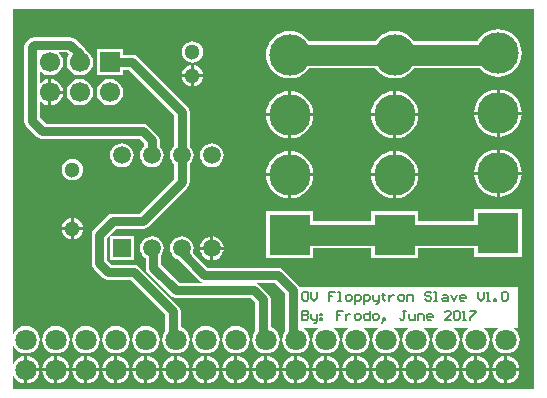
<source format=gtl>
G04 Layer_Physical_Order=1*
G04 Layer_Color=255*
%FSLAX25Y25*%
%MOIN*%
G70*
G01*
G75*
%ADD10C,0.03000*%
%ADD11C,0.07000*%
%ADD12C,0.00700*%
%ADD13C,0.07087*%
%ADD14C,0.05906*%
%ADD15R,0.05906X0.05906*%
%ADD16C,0.05118*%
%ADD17C,0.06693*%
%ADD18R,0.06693X0.06693*%
%ADD19R,0.13780X0.13780*%
%ADD20C,0.13780*%
G36*
X174780Y1220D02*
X1220D01*
Y5832D01*
X1269Y5841D01*
X1531Y5209D01*
X2260Y4260D01*
X3209Y3531D01*
X4314Y3074D01*
X5000Y2983D01*
Y7500D01*
Y12017D01*
X4314Y11926D01*
X3209Y11468D01*
X2260Y10740D01*
X1531Y9791D01*
X1269Y9159D01*
X1220Y9168D01*
Y15832D01*
X1269Y15842D01*
X1531Y15209D01*
X2260Y14260D01*
X3209Y13531D01*
X4314Y13074D01*
X5500Y12918D01*
X6686Y13074D01*
X7791Y13531D01*
X8740Y14260D01*
X9469Y15209D01*
X9926Y16314D01*
X10082Y17500D01*
X9926Y18686D01*
X9469Y19791D01*
X8740Y20740D01*
X7791Y21468D01*
X6686Y21926D01*
X5500Y22083D01*
X4314Y21926D01*
X3209Y21468D01*
X2260Y20740D01*
X1531Y19791D01*
X1269Y19159D01*
X1220Y19168D01*
Y127780D01*
X174780D01*
Y1220D01*
D02*
G37*
%LPC*%
G36*
X95000Y12017D02*
X94314Y11926D01*
X93209Y11468D01*
X92260Y10740D01*
X91531Y9791D01*
X91074Y8686D01*
X90983Y8000D01*
X95000D01*
Y12017D01*
D02*
G37*
G36*
X75000D02*
X74314Y11926D01*
X73209Y11468D01*
X72260Y10740D01*
X71531Y9791D01*
X71074Y8686D01*
X70983Y8000D01*
X75000D01*
Y12017D01*
D02*
G37*
G36*
X85000D02*
X84314Y11926D01*
X83209Y11468D01*
X82260Y10740D01*
X81531Y9791D01*
X81074Y8686D01*
X80983Y8000D01*
X85000D01*
Y12017D01*
D02*
G37*
G36*
X125000D02*
X124314Y11926D01*
X123209Y11468D01*
X122260Y10740D01*
X121531Y9791D01*
X121074Y8686D01*
X120983Y8000D01*
X125000D01*
Y12017D01*
D02*
G37*
G36*
X135000D02*
X134314Y11926D01*
X133209Y11468D01*
X132260Y10740D01*
X131531Y9791D01*
X131074Y8686D01*
X130983Y8000D01*
X135000D01*
Y12017D01*
D02*
G37*
G36*
X105000D02*
X104314Y11926D01*
X103209Y11468D01*
X102260Y10740D01*
X101531Y9791D01*
X101074Y8686D01*
X100983Y8000D01*
X105000D01*
Y12017D01*
D02*
G37*
G36*
X115000D02*
X114314Y11926D01*
X113209Y11468D01*
X112260Y10740D01*
X111531Y9791D01*
X111074Y8686D01*
X110983Y8000D01*
X115000D01*
Y12017D01*
D02*
G37*
G36*
X65000D02*
X64314Y11926D01*
X63209Y11468D01*
X62260Y10740D01*
X61531Y9791D01*
X61074Y8686D01*
X60983Y8000D01*
X65000D01*
Y12017D01*
D02*
G37*
G36*
X15000D02*
X14314Y11926D01*
X13209Y11468D01*
X12260Y10740D01*
X11531Y9791D01*
X11074Y8686D01*
X10983Y8000D01*
X15000D01*
Y12017D01*
D02*
G37*
G36*
X170017Y7000D02*
X166000D01*
Y2983D01*
X166686Y3074D01*
X167791Y3531D01*
X168740Y4260D01*
X169469Y5209D01*
X169926Y6314D01*
X170017Y7000D01*
D02*
G37*
G36*
X160017D02*
X156000D01*
Y2983D01*
X156686Y3074D01*
X157791Y3531D01*
X158740Y4260D01*
X159469Y5209D01*
X159926Y6314D01*
X160017Y7000D01*
D02*
G37*
G36*
X25000Y12017D02*
X24314Y11926D01*
X23209Y11468D01*
X22260Y10740D01*
X21531Y9791D01*
X21074Y8686D01*
X20983Y8000D01*
X25000D01*
Y12017D01*
D02*
G37*
G36*
X55000D02*
X54314Y11926D01*
X53209Y11468D01*
X52260Y10740D01*
X51531Y9791D01*
X51074Y8686D01*
X50983Y8000D01*
X55000D01*
Y12017D01*
D02*
G37*
G36*
X45000D02*
X44314Y11926D01*
X43209Y11468D01*
X42260Y10740D01*
X41531Y9791D01*
X41074Y8686D01*
X40983Y8000D01*
X45000D01*
Y12017D01*
D02*
G37*
G36*
X35000D02*
X34314Y11926D01*
X33209Y11468D01*
X32260Y10740D01*
X31531Y9791D01*
X31074Y8686D01*
X30983Y8000D01*
X35000D01*
Y12017D01*
D02*
G37*
G36*
X76000D02*
Y8000D01*
X80017D01*
X79926Y8686D01*
X79469Y9791D01*
X78740Y10740D01*
X77791Y11468D01*
X76686Y11926D01*
X76000Y12017D01*
D02*
G37*
G36*
X66000D02*
Y8000D01*
X70017D01*
X69926Y8686D01*
X69469Y9791D01*
X68740Y10740D01*
X67791Y11468D01*
X66686Y11926D01*
X66000Y12017D01*
D02*
G37*
G36*
X56000D02*
Y8000D01*
X60017D01*
X59926Y8686D01*
X59469Y9791D01*
X58740Y10740D01*
X57791Y11468D01*
X56686Y11926D01*
X56000Y12017D01*
D02*
G37*
G36*
X86000D02*
Y8000D01*
X90017D01*
X89926Y8686D01*
X89469Y9791D01*
X88740Y10740D01*
X87791Y11468D01*
X86686Y11926D01*
X86000Y12017D01*
D02*
G37*
G36*
X116000D02*
Y8000D01*
X120017D01*
X119926Y8686D01*
X119469Y9791D01*
X118740Y10740D01*
X117791Y11468D01*
X116686Y11926D01*
X116000Y12017D01*
D02*
G37*
G36*
X106000D02*
Y8000D01*
X110017D01*
X109926Y8686D01*
X109469Y9791D01*
X108740Y10740D01*
X107791Y11468D01*
X106686Y11926D01*
X106000Y12017D01*
D02*
G37*
G36*
X96000D02*
Y8000D01*
X100017D01*
X99926Y8686D01*
X99469Y9791D01*
X98740Y10740D01*
X97791Y11468D01*
X96686Y11926D01*
X96000Y12017D01*
D02*
G37*
G36*
X46000D02*
Y8000D01*
X50017D01*
X49926Y8686D01*
X49469Y9791D01*
X48740Y10740D01*
X47791Y11468D01*
X46686Y11926D01*
X46000Y12017D01*
D02*
G37*
G36*
X165000D02*
X164314Y11926D01*
X163209Y11468D01*
X162260Y10740D01*
X161531Y9791D01*
X161074Y8686D01*
X160983Y8000D01*
X165000D01*
Y12017D01*
D02*
G37*
G36*
X155000D02*
X154314Y11926D01*
X153209Y11468D01*
X152260Y10740D01*
X151531Y9791D01*
X151074Y8686D01*
X150983Y8000D01*
X155000D01*
Y12017D01*
D02*
G37*
G36*
X145000D02*
X144314Y11926D01*
X143209Y11468D01*
X142260Y10740D01*
X141531Y9791D01*
X141074Y8686D01*
X140983Y8000D01*
X145000D01*
Y12017D01*
D02*
G37*
G36*
X6000D02*
Y8000D01*
X10017D01*
X9926Y8686D01*
X9469Y9791D01*
X8740Y10740D01*
X7791Y11468D01*
X6686Y11926D01*
X6000Y12017D01*
D02*
G37*
G36*
X36000D02*
Y8000D01*
X40017D01*
X39926Y8686D01*
X39469Y9791D01*
X38740Y10740D01*
X37791Y11468D01*
X36686Y11926D01*
X36000Y12017D01*
D02*
G37*
G36*
X26000D02*
Y8000D01*
X30017D01*
X29926Y8686D01*
X29469Y9791D01*
X28740Y10740D01*
X27791Y11468D01*
X26686Y11926D01*
X26000Y12017D01*
D02*
G37*
G36*
X16000D02*
Y8000D01*
X20017D01*
X19926Y8686D01*
X19469Y9791D01*
X18740Y10740D01*
X17791Y11468D01*
X16686Y11926D01*
X16000Y12017D01*
D02*
G37*
G36*
X115000Y7000D02*
X110983D01*
X111074Y6314D01*
X111531Y5209D01*
X112260Y4260D01*
X113209Y3531D01*
X114314Y3074D01*
X115000Y2983D01*
Y7000D01*
D02*
G37*
G36*
X105000D02*
X100983D01*
X101074Y6314D01*
X101531Y5209D01*
X102260Y4260D01*
X103209Y3531D01*
X104314Y3074D01*
X105000Y2983D01*
Y7000D01*
D02*
G37*
G36*
X95000D02*
X90983D01*
X91074Y6314D01*
X91531Y5209D01*
X92260Y4260D01*
X93209Y3531D01*
X94314Y3074D01*
X95000Y2983D01*
Y7000D01*
D02*
G37*
G36*
X125000D02*
X120983D01*
X121074Y6314D01*
X121531Y5209D01*
X122260Y4260D01*
X123209Y3531D01*
X124314Y3074D01*
X125000Y2983D01*
Y7000D01*
D02*
G37*
G36*
X155000D02*
X150983D01*
X151074Y6314D01*
X151531Y5209D01*
X152260Y4260D01*
X153209Y3531D01*
X154314Y3074D01*
X155000Y2983D01*
Y7000D01*
D02*
G37*
G36*
X145000D02*
X140983D01*
X141074Y6314D01*
X141531Y5209D01*
X142260Y4260D01*
X143209Y3531D01*
X144314Y3074D01*
X145000Y2983D01*
Y7000D01*
D02*
G37*
G36*
X135000D02*
X130983D01*
X131074Y6314D01*
X131531Y5209D01*
X132260Y4260D01*
X133209Y3531D01*
X134314Y3074D01*
X135000Y2983D01*
Y7000D01*
D02*
G37*
G36*
X85000D02*
X80983D01*
X81074Y6314D01*
X81531Y5209D01*
X82260Y4260D01*
X83209Y3531D01*
X84314Y3074D01*
X85000Y2983D01*
Y7000D01*
D02*
G37*
G36*
X35000D02*
X30983D01*
X31074Y6314D01*
X31531Y5209D01*
X32260Y4260D01*
X33209Y3531D01*
X34314Y3074D01*
X35000Y2983D01*
Y7000D01*
D02*
G37*
G36*
X25000D02*
X20983D01*
X21074Y6314D01*
X21531Y5209D01*
X22260Y4260D01*
X23209Y3531D01*
X24314Y3074D01*
X25000Y2983D01*
Y7000D01*
D02*
G37*
G36*
X15000D02*
X10983D01*
X11074Y6314D01*
X11531Y5209D01*
X12260Y4260D01*
X13209Y3531D01*
X14314Y3074D01*
X15000Y2983D01*
Y7000D01*
D02*
G37*
G36*
X45000D02*
X40983D01*
X41074Y6314D01*
X41531Y5209D01*
X42260Y4260D01*
X43209Y3531D01*
X44314Y3074D01*
X45000Y2983D01*
Y7000D01*
D02*
G37*
G36*
X75000D02*
X70983D01*
X71074Y6314D01*
X71531Y5209D01*
X72260Y4260D01*
X73209Y3531D01*
X74314Y3074D01*
X75000Y2983D01*
Y7000D01*
D02*
G37*
G36*
X65000D02*
X60983D01*
X61074Y6314D01*
X61531Y5209D01*
X62260Y4260D01*
X63209Y3531D01*
X64314Y3074D01*
X65000Y2983D01*
Y7000D01*
D02*
G37*
G36*
X55000D02*
X50983D01*
X51074Y6314D01*
X51531Y5209D01*
X52260Y4260D01*
X53209Y3531D01*
X54314Y3074D01*
X55000Y2983D01*
Y7000D01*
D02*
G37*
G36*
X165000D02*
X160983D01*
X161074Y6314D01*
X161531Y5209D01*
X162260Y4260D01*
X163209Y3531D01*
X164314Y3074D01*
X165000Y2983D01*
Y7000D01*
D02*
G37*
G36*
X110017D02*
X106000D01*
Y2983D01*
X106686Y3074D01*
X107791Y3531D01*
X108740Y4260D01*
X109469Y5209D01*
X109926Y6314D01*
X110017Y7000D01*
D02*
G37*
G36*
X100017D02*
X96000D01*
Y2983D01*
X96686Y3074D01*
X97791Y3531D01*
X98740Y4260D01*
X99469Y5209D01*
X99926Y6314D01*
X100017Y7000D01*
D02*
G37*
G36*
X90017D02*
X86000D01*
Y2983D01*
X86686Y3074D01*
X87791Y3531D01*
X88740Y4260D01*
X89469Y5209D01*
X89926Y6314D01*
X90017Y7000D01*
D02*
G37*
G36*
X120017D02*
X116000D01*
Y2983D01*
X116686Y3074D01*
X117791Y3531D01*
X118740Y4260D01*
X119469Y5209D01*
X119926Y6314D01*
X120017Y7000D01*
D02*
G37*
G36*
X150017D02*
X146000D01*
Y2983D01*
X146686Y3074D01*
X147791Y3531D01*
X148740Y4260D01*
X149469Y5209D01*
X149926Y6314D01*
X150017Y7000D01*
D02*
G37*
G36*
X140017D02*
X136000D01*
Y2983D01*
X136686Y3074D01*
X137791Y3531D01*
X138740Y4260D01*
X139469Y5209D01*
X139926Y6314D01*
X140017Y7000D01*
D02*
G37*
G36*
X130017D02*
X126000D01*
Y2983D01*
X126686Y3074D01*
X127791Y3531D01*
X128740Y4260D01*
X129469Y5209D01*
X129926Y6314D01*
X130017Y7000D01*
D02*
G37*
G36*
X80017D02*
X76000D01*
Y2983D01*
X76686Y3074D01*
X77791Y3531D01*
X78740Y4260D01*
X79469Y5209D01*
X79926Y6314D01*
X80017Y7000D01*
D02*
G37*
G36*
X30017D02*
X26000D01*
Y2983D01*
X26686Y3074D01*
X27791Y3531D01*
X28740Y4260D01*
X29469Y5209D01*
X29926Y6314D01*
X30017Y7000D01*
D02*
G37*
G36*
X20017D02*
X16000D01*
Y2983D01*
X16686Y3074D01*
X17791Y3531D01*
X18740Y4260D01*
X19469Y5209D01*
X19926Y6314D01*
X20017Y7000D01*
D02*
G37*
G36*
X10017D02*
X6000D01*
Y2983D01*
X6686Y3074D01*
X7791Y3531D01*
X8740Y4260D01*
X9469Y5209D01*
X9926Y6314D01*
X10017Y7000D01*
D02*
G37*
G36*
X40017D02*
X36000D01*
Y2983D01*
X36686Y3074D01*
X37791Y3531D01*
X38740Y4260D01*
X39469Y5209D01*
X39926Y6314D01*
X40017Y7000D01*
D02*
G37*
G36*
X70017D02*
X66000D01*
Y2983D01*
X66686Y3074D01*
X67791Y3531D01*
X68740Y4260D01*
X69469Y5209D01*
X69926Y6314D01*
X70017Y7000D01*
D02*
G37*
G36*
X60017D02*
X56000D01*
Y2983D01*
X56686Y3074D01*
X57791Y3531D01*
X58740Y4260D01*
X59469Y5209D01*
X59926Y6314D01*
X60017Y7000D01*
D02*
G37*
G36*
X50017D02*
X46000D01*
Y2983D01*
X46686Y3074D01*
X47791Y3531D01*
X48740Y4260D01*
X49469Y5209D01*
X49926Y6314D01*
X50017Y7000D01*
D02*
G37*
G36*
X127913Y92000D02*
X120535D01*
X120638Y90953D01*
X121089Y89466D01*
X121821Y88095D01*
X122807Y86894D01*
X124009Y85908D01*
X125379Y85176D01*
X126867Y84724D01*
X127913Y84621D01*
Y92000D01*
D02*
G37*
G36*
X92913D02*
X85535D01*
X85638Y90953D01*
X86089Y89466D01*
X86822Y88095D01*
X87807Y86894D01*
X89009Y85908D01*
X90379Y85176D01*
X91867Y84724D01*
X92913Y84621D01*
Y92000D01*
D02*
G37*
G36*
X136292D02*
X128913D01*
Y84621D01*
X129960Y84724D01*
X131447Y85176D01*
X132818Y85908D01*
X134019Y86894D01*
X135005Y88095D01*
X135738Y89466D01*
X136189Y90953D01*
X136292Y92000D01*
D02*
G37*
G36*
X170792Y92500D02*
X163413D01*
Y85121D01*
X164460Y85224D01*
X165947Y85676D01*
X167318Y86408D01*
X168519Y87394D01*
X169505Y88595D01*
X170238Y89966D01*
X170689Y91453D01*
X170792Y92500D01*
D02*
G37*
G36*
X127913Y100379D02*
X126867Y100276D01*
X125379Y99825D01*
X124009Y99092D01*
X122807Y98106D01*
X121821Y96904D01*
X121089Y95534D01*
X120638Y94047D01*
X120535Y93000D01*
X127913D01*
Y100379D01*
D02*
G37*
G36*
X92913D02*
X91867Y100276D01*
X90379Y99825D01*
X89009Y99092D01*
X87807Y98106D01*
X86822Y96904D01*
X86089Y95534D01*
X85638Y94047D01*
X85535Y93000D01*
X92913D01*
Y100379D01*
D02*
G37*
G36*
X162413Y92500D02*
X155035D01*
X155138Y91453D01*
X155589Y89966D01*
X156322Y88595D01*
X157307Y87394D01*
X158509Y86408D01*
X159879Y85676D01*
X161367Y85224D01*
X162413Y85121D01*
Y92500D01*
D02*
G37*
G36*
X101292Y92000D02*
X93913D01*
Y84621D01*
X94960Y84724D01*
X96447Y85176D01*
X97818Y85908D01*
X99019Y86894D01*
X100005Y88095D01*
X100738Y89466D01*
X101189Y90953D01*
X101292Y92000D01*
D02*
G37*
G36*
X128913Y80379D02*
Y73000D01*
X136292D01*
X136189Y74047D01*
X135738Y75534D01*
X135005Y76904D01*
X134019Y78106D01*
X132818Y79092D01*
X131447Y79825D01*
X129960Y80276D01*
X128913Y80379D01*
D02*
G37*
G36*
X93913D02*
Y73000D01*
X101292D01*
X101189Y74047D01*
X100738Y75534D01*
X100005Y76904D01*
X99019Y78106D01*
X97818Y79092D01*
X96447Y79825D01*
X94960Y80276D01*
X93913Y80379D01*
D02*
G37*
G36*
X127913Y80379D02*
X126867Y80276D01*
X125379Y79825D01*
X124009Y79092D01*
X122807Y78106D01*
X121821Y76904D01*
X121089Y75534D01*
X120638Y74047D01*
X120535Y73000D01*
X127913D01*
Y80379D01*
D02*
G37*
G36*
X162413Y80879D02*
X161367Y80776D01*
X159879Y80325D01*
X158509Y79592D01*
X157307Y78606D01*
X156322Y77404D01*
X155589Y76034D01*
X155138Y74547D01*
X155035Y73500D01*
X162413D01*
Y80879D01*
D02*
G37*
G36*
X67500Y82971D02*
X66468Y82835D01*
X65507Y82437D01*
X64681Y81803D01*
X64047Y80978D01*
X63649Y80016D01*
X63513Y78984D01*
X63649Y77952D01*
X64047Y76991D01*
X64681Y76165D01*
X65507Y75532D01*
X66468Y75133D01*
X67500Y74997D01*
X68532Y75133D01*
X69493Y75532D01*
X70319Y76165D01*
X70953Y76991D01*
X71351Y77952D01*
X71487Y78984D01*
X71351Y80016D01*
X70953Y80978D01*
X70319Y81803D01*
X69493Y82437D01*
X68532Y82835D01*
X67500Y82971D01*
D02*
G37*
G36*
X37500D02*
X36468Y82835D01*
X35507Y82437D01*
X34681Y81803D01*
X34047Y80978D01*
X33649Y80016D01*
X33513Y78984D01*
X33649Y77952D01*
X34047Y76991D01*
X34681Y76165D01*
X35507Y75532D01*
X36468Y75133D01*
X37500Y74997D01*
X38532Y75133D01*
X39493Y75532D01*
X40319Y76165D01*
X40953Y76991D01*
X41351Y77952D01*
X41487Y78984D01*
X41351Y80016D01*
X40953Y80978D01*
X40319Y81803D01*
X39493Y82437D01*
X38532Y82835D01*
X37500Y82971D01*
D02*
G37*
G36*
X163413Y80879D02*
Y73500D01*
X170792D01*
X170689Y74547D01*
X170238Y76034D01*
X169505Y77404D01*
X168519Y78606D01*
X167318Y79592D01*
X165947Y80325D01*
X164460Y80776D01*
X163413Y80879D01*
D02*
G37*
G36*
X20346Y118395D02*
X8347D01*
X7371Y118201D01*
X6544Y117649D01*
X5698Y116802D01*
X5145Y115975D01*
X4951Y115000D01*
Y90500D01*
X5145Y89525D01*
X5698Y88698D01*
X9198Y85198D01*
X10025Y84645D01*
X11000Y84451D01*
X43444D01*
X44951Y82944D01*
Y82011D01*
X44681Y81803D01*
X44047Y80978D01*
X43649Y80016D01*
X43513Y78984D01*
X43649Y77952D01*
X44047Y76991D01*
X44681Y76165D01*
X45507Y75532D01*
X46468Y75133D01*
X47500Y74997D01*
X48532Y75133D01*
X49493Y75532D01*
X50319Y76165D01*
X50953Y76991D01*
X51351Y77952D01*
X51487Y78984D01*
X51351Y80016D01*
X50953Y80978D01*
X50319Y81803D01*
X50049Y82011D01*
Y84000D01*
X49855Y84975D01*
X49302Y85802D01*
X46302Y88802D01*
X45476Y89355D01*
X44500Y89549D01*
X12056D01*
X10049Y91556D01*
Y97280D01*
X10096Y97296D01*
X10400Y96900D01*
X11308Y96203D01*
X12365Y95765D01*
X13000Y95682D01*
Y100000D01*
Y104318D01*
X12365Y104235D01*
X11308Y103797D01*
X10400Y103100D01*
X10096Y102704D01*
X10049Y102720D01*
Y107280D01*
X10096Y107296D01*
X10400Y106900D01*
X11308Y106203D01*
X12365Y105765D01*
X13500Y105616D01*
X14635Y105765D01*
X15692Y106203D01*
X16600Y106900D01*
X17297Y107808D01*
X17735Y108865D01*
X17884Y110000D01*
X17735Y111135D01*
X17297Y112192D01*
X16600Y113100D01*
X16404Y113250D01*
X16420Y113297D01*
X19291D01*
X20004Y112584D01*
X19703Y112192D01*
X19265Y111135D01*
X19116Y110000D01*
X19265Y108865D01*
X19703Y107808D01*
X20400Y106900D01*
X21308Y106203D01*
X22365Y105765D01*
X23500Y105616D01*
X24635Y105765D01*
X25692Y106203D01*
X26600Y106900D01*
X27297Y107808D01*
X27735Y108865D01*
X27884Y110000D01*
X27735Y111135D01*
X27297Y112192D01*
X26600Y113100D01*
X25851Y113675D01*
X25302Y114495D01*
X22149Y117649D01*
X21322Y118201D01*
X20346Y118395D01*
D02*
G37*
G36*
X64524Y105000D02*
X61500D01*
Y101976D01*
X61929Y102033D01*
X62795Y102391D01*
X63538Y102962D01*
X64109Y103705D01*
X64467Y104571D01*
X64524Y105000D01*
D02*
G37*
G36*
X60500D02*
X57476D01*
X57533Y104571D01*
X57891Y103705D01*
X58462Y102962D01*
X59205Y102391D01*
X60071Y102033D01*
X60500Y101976D01*
Y105000D01*
D02*
G37*
G36*
Y109024D02*
X60071Y108967D01*
X59205Y108609D01*
X58462Y108038D01*
X57891Y107295D01*
X57533Y106429D01*
X57476Y106000D01*
X60500D01*
Y109024D01*
D02*
G37*
G36*
X162913Y120928D02*
X161367Y120776D01*
X159879Y120325D01*
X158509Y119592D01*
X157307Y118606D01*
X156322Y117404D01*
X156126Y117039D01*
X134895D01*
X134019Y118106D01*
X132818Y119092D01*
X131447Y119825D01*
X129960Y120276D01*
X128413Y120428D01*
X126867Y120276D01*
X125379Y119825D01*
X124009Y119092D01*
X122807Y118106D01*
X121932Y117039D01*
X99895D01*
X99019Y118106D01*
X97818Y119092D01*
X96447Y119825D01*
X94960Y120276D01*
X93413Y120428D01*
X91867Y120276D01*
X90379Y119825D01*
X89009Y119092D01*
X87807Y118106D01*
X86822Y116904D01*
X86089Y115534D01*
X85638Y114047D01*
X85485Y112500D01*
X85638Y110953D01*
X86089Y109466D01*
X86822Y108096D01*
X87807Y106894D01*
X89009Y105908D01*
X90379Y105175D01*
X91867Y104724D01*
X93413Y104572D01*
X94960Y104724D01*
X96447Y105175D01*
X97818Y105908D01*
X99019Y106894D01*
X99895Y107961D01*
X121932D01*
X122807Y106894D01*
X124009Y105908D01*
X125379Y105175D01*
X126867Y104724D01*
X128413Y104572D01*
X129960Y104724D01*
X131447Y105175D01*
X132818Y105908D01*
X134019Y106894D01*
X134895Y107961D01*
X156842D01*
X157307Y107394D01*
X158509Y106408D01*
X159879Y105675D01*
X161367Y105224D01*
X162913Y105072D01*
X164460Y105224D01*
X165947Y105675D01*
X167318Y106408D01*
X168519Y107394D01*
X169505Y108596D01*
X170238Y109966D01*
X170689Y111453D01*
X170841Y113000D01*
X170689Y114547D01*
X170238Y116034D01*
X169505Y117404D01*
X168519Y118606D01*
X167318Y119592D01*
X165947Y120325D01*
X164460Y120776D01*
X162913Y120928D01*
D02*
G37*
G36*
X61000Y116964D02*
X60071Y116841D01*
X59205Y116483D01*
X58462Y115912D01*
X57891Y115169D01*
X57533Y114303D01*
X57410Y113374D01*
X57533Y112445D01*
X57891Y111579D01*
X58462Y110836D01*
X59205Y110265D01*
X60071Y109907D01*
X61000Y109784D01*
X61929Y109907D01*
X62795Y110265D01*
X63538Y110836D01*
X64109Y111579D01*
X64467Y112445D01*
X64590Y113374D01*
X64467Y114303D01*
X64109Y115169D01*
X63538Y115912D01*
X62795Y116483D01*
X61929Y116841D01*
X61000Y116964D01*
D02*
G37*
G36*
X61500Y109024D02*
Y106000D01*
X64524D01*
X64467Y106429D01*
X64109Y107295D01*
X63538Y108038D01*
X62795Y108609D01*
X61929Y108967D01*
X61500Y109024D01*
D02*
G37*
G36*
X14000Y104318D02*
Y100500D01*
X17818D01*
X17735Y101135D01*
X17297Y102192D01*
X16600Y103100D01*
X15692Y103797D01*
X14635Y104235D01*
X14000Y104318D01*
D02*
G37*
G36*
X162413Y100879D02*
X161367Y100776D01*
X159879Y100324D01*
X158509Y99592D01*
X157307Y98606D01*
X156322Y97404D01*
X155589Y96034D01*
X155138Y94547D01*
X155035Y93500D01*
X162413D01*
Y100879D01*
D02*
G37*
G36*
X128913Y100379D02*
Y93000D01*
X136292D01*
X136189Y94047D01*
X135738Y95534D01*
X135005Y96904D01*
X134019Y98106D01*
X132818Y99092D01*
X131447Y99825D01*
X129960Y100276D01*
X128913Y100379D01*
D02*
G37*
G36*
X93913D02*
Y93000D01*
X101292D01*
X101189Y94047D01*
X100738Y95534D01*
X100005Y96904D01*
X99019Y98106D01*
X97818Y99092D01*
X96447Y99825D01*
X94960Y100276D01*
X93913Y100379D01*
D02*
G37*
G36*
X163413Y100879D02*
Y93500D01*
X170792D01*
X170689Y94547D01*
X170238Y96034D01*
X169505Y97404D01*
X168519Y98606D01*
X167318Y99592D01*
X165947Y100324D01*
X164460Y100776D01*
X163413Y100879D01*
D02*
G37*
G36*
X17818Y99500D02*
X14000D01*
Y95682D01*
X14635Y95765D01*
X15692Y96203D01*
X16600Y96900D01*
X17297Y97808D01*
X17735Y98865D01*
X17818Y99500D01*
D02*
G37*
G36*
X33500Y104384D02*
X32365Y104235D01*
X31308Y103797D01*
X30400Y103100D01*
X29703Y102192D01*
X29265Y101135D01*
X29116Y100000D01*
X29265Y98865D01*
X29703Y97808D01*
X30400Y96900D01*
X31308Y96203D01*
X32365Y95765D01*
X33500Y95616D01*
X34635Y95765D01*
X35692Y96203D01*
X36600Y96900D01*
X37297Y97808D01*
X37735Y98865D01*
X37884Y100000D01*
X37735Y101135D01*
X37297Y102192D01*
X36600Y103100D01*
X35692Y103797D01*
X34635Y104235D01*
X33500Y104384D01*
D02*
G37*
G36*
X23500D02*
X22365Y104235D01*
X21308Y103797D01*
X20400Y103100D01*
X19703Y102192D01*
X19265Y101135D01*
X19116Y100000D01*
X19265Y98865D01*
X19703Y97808D01*
X20400Y96900D01*
X21308Y96203D01*
X22365Y95765D01*
X23500Y95616D01*
X24635Y95765D01*
X25692Y96203D01*
X26600Y96900D01*
X27297Y97808D01*
X27735Y98865D01*
X27884Y100000D01*
X27735Y101135D01*
X27297Y102192D01*
X26600Y103100D01*
X25692Y103797D01*
X24635Y104235D01*
X23500Y104384D01*
D02*
G37*
G36*
X92913Y80379D02*
X91867Y80276D01*
X90379Y79825D01*
X89009Y79092D01*
X87807Y78106D01*
X86822Y76904D01*
X86089Y75534D01*
X85638Y74047D01*
X85535Y73000D01*
X92913D01*
Y80379D01*
D02*
G37*
G36*
X65500Y22083D02*
X64314Y21926D01*
X63209Y21468D01*
X62260Y20740D01*
X61531Y19791D01*
X61074Y18686D01*
X60918Y17500D01*
X61074Y16314D01*
X61531Y15209D01*
X62260Y14260D01*
X63209Y13531D01*
X64314Y13074D01*
X65500Y12918D01*
X66686Y13074D01*
X67791Y13531D01*
X68740Y14260D01*
X69469Y15209D01*
X69926Y16314D01*
X70082Y17500D01*
X69926Y18686D01*
X69469Y19791D01*
X68740Y20740D01*
X67791Y21468D01*
X66686Y21926D01*
X65500Y22083D01*
D02*
G37*
G36*
X37846Y114347D02*
X29154D01*
Y105654D01*
X37846D01*
Y107451D01*
X39944D01*
X54951Y92444D01*
Y82011D01*
X54681Y81803D01*
X54047Y80978D01*
X53649Y80016D01*
X53513Y78984D01*
X53649Y77952D01*
X54047Y76991D01*
X54681Y76165D01*
X54951Y75958D01*
Y71056D01*
X43444Y59549D01*
X34500D01*
X33525Y59355D01*
X32698Y58802D01*
X28198Y54302D01*
X27645Y53475D01*
X27451Y52500D01*
Y43000D01*
X27645Y42024D01*
X28198Y41198D01*
X31198Y38198D01*
X32024Y37645D01*
X33000Y37451D01*
X40444D01*
X51951Y25944D01*
Y20338D01*
X51531Y19791D01*
X51074Y18686D01*
X50918Y17500D01*
X51074Y16314D01*
X51531Y15209D01*
X52260Y14260D01*
X53209Y13531D01*
X54314Y13074D01*
X55500Y12918D01*
X56686Y13074D01*
X57791Y13531D01*
X58740Y14260D01*
X59469Y15209D01*
X59926Y16314D01*
X60083Y17500D01*
X59926Y18686D01*
X59469Y19791D01*
X58740Y20740D01*
X57791Y21468D01*
X57049Y21776D01*
Y27000D01*
X56855Y27975D01*
X56302Y28802D01*
X43302Y41802D01*
X42476Y42355D01*
X41500Y42549D01*
X34056D01*
X32549Y44056D01*
Y51444D01*
X35556Y54451D01*
X44500D01*
X45476Y54645D01*
X46302Y55198D01*
X59302Y68198D01*
X59855Y69024D01*
X60049Y70000D01*
Y75958D01*
X60319Y76165D01*
X60953Y76991D01*
X61351Y77952D01*
X61487Y78984D01*
X61351Y80016D01*
X60953Y80978D01*
X60319Y81803D01*
X60049Y82011D01*
Y93500D01*
X59855Y94476D01*
X59302Y95302D01*
X42802Y111802D01*
X41976Y112355D01*
X41000Y112549D01*
X37846D01*
Y114347D01*
D02*
G37*
G36*
X45500Y22083D02*
X44314Y21926D01*
X43209Y21468D01*
X42260Y20740D01*
X41531Y19791D01*
X41074Y18686D01*
X40918Y17500D01*
X41074Y16314D01*
X41531Y15209D01*
X42260Y14260D01*
X43209Y13531D01*
X44314Y13074D01*
X45500Y12918D01*
X46686Y13074D01*
X47791Y13531D01*
X48740Y14260D01*
X49469Y15209D01*
X49926Y16314D01*
X50082Y17500D01*
X49926Y18686D01*
X49469Y19791D01*
X48740Y20740D01*
X47791Y21468D01*
X46686Y21926D01*
X45500Y22083D01*
D02*
G37*
G36*
X75500D02*
X74314Y21926D01*
X73209Y21468D01*
X72260Y20740D01*
X71531Y19791D01*
X71074Y18686D01*
X70917Y17500D01*
X71074Y16314D01*
X71531Y15209D01*
X72260Y14260D01*
X73209Y13531D01*
X74314Y13074D01*
X75500Y12918D01*
X76686Y13074D01*
X77791Y13531D01*
X78740Y14260D01*
X79469Y15209D01*
X79926Y16314D01*
X80082Y17500D01*
X79926Y18686D01*
X79469Y19791D01*
X78740Y20740D01*
X77791Y21468D01*
X76686Y21926D01*
X75500Y22083D01*
D02*
G37*
G36*
X71421Y47500D02*
X68000D01*
Y44079D01*
X68532Y44149D01*
X69493Y44547D01*
X70319Y45181D01*
X70953Y46007D01*
X71351Y46968D01*
X71421Y47500D01*
D02*
G37*
G36*
X67000D02*
X63579D01*
X63649Y46968D01*
X64047Y46007D01*
X64681Y45181D01*
X65507Y44547D01*
X66468Y44149D01*
X67000Y44079D01*
Y47500D01*
D02*
G37*
G36*
X41453Y51953D02*
X33547D01*
Y44047D01*
X41453D01*
Y51953D01*
D02*
G37*
G36*
X35500Y22083D02*
X34314Y21926D01*
X33209Y21468D01*
X32260Y20740D01*
X31531Y19791D01*
X31074Y18686D01*
X30918Y17500D01*
X31074Y16314D01*
X31531Y15209D01*
X32260Y14260D01*
X33209Y13531D01*
X34314Y13074D01*
X35500Y12918D01*
X36686Y13074D01*
X37791Y13531D01*
X38740Y14260D01*
X39469Y15209D01*
X39926Y16314D01*
X40082Y17500D01*
X39926Y18686D01*
X39469Y19791D01*
X38740Y20740D01*
X37791Y21468D01*
X36686Y21926D01*
X35500Y22083D01*
D02*
G37*
G36*
X146000Y12017D02*
Y8000D01*
X150017D01*
X149926Y8686D01*
X149469Y9791D01*
X148740Y10740D01*
X147791Y11468D01*
X146686Y11926D01*
X146000Y12017D01*
D02*
G37*
G36*
X136000D02*
Y8000D01*
X140017D01*
X139926Y8686D01*
X139469Y9791D01*
X138740Y10740D01*
X137791Y11468D01*
X136686Y11926D01*
X136000Y12017D01*
D02*
G37*
G36*
X126000D02*
Y8000D01*
X130017D01*
X129926Y8686D01*
X129469Y9791D01*
X128740Y10740D01*
X127791Y11468D01*
X126686Y11926D01*
X126000Y12017D01*
D02*
G37*
G36*
X156000D02*
Y8000D01*
X160017D01*
X159926Y8686D01*
X159469Y9791D01*
X158740Y10740D01*
X157791Y11468D01*
X156686Y11926D01*
X156000Y12017D01*
D02*
G37*
G36*
X25500Y22083D02*
X24314Y21926D01*
X23209Y21468D01*
X22260Y20740D01*
X21531Y19791D01*
X21074Y18686D01*
X20918Y17500D01*
X21074Y16314D01*
X21531Y15209D01*
X22260Y14260D01*
X23209Y13531D01*
X24314Y13074D01*
X25500Y12918D01*
X26686Y13074D01*
X27791Y13531D01*
X28740Y14260D01*
X29469Y15209D01*
X29926Y16314D01*
X30082Y17500D01*
X29926Y18686D01*
X29469Y19791D01*
X28740Y20740D01*
X27791Y21468D01*
X26686Y21926D01*
X25500Y22083D01*
D02*
G37*
G36*
X15500D02*
X14314Y21926D01*
X13209Y21468D01*
X12260Y20740D01*
X11531Y19791D01*
X11074Y18686D01*
X10917Y17500D01*
X11074Y16314D01*
X11531Y15209D01*
X12260Y14260D01*
X13209Y13531D01*
X14314Y13074D01*
X15500Y12918D01*
X16686Y13074D01*
X17791Y13531D01*
X18740Y14260D01*
X19469Y15209D01*
X19926Y16314D01*
X20083Y17500D01*
X19926Y18686D01*
X19469Y19791D01*
X18740Y20740D01*
X17791Y21468D01*
X16686Y21926D01*
X15500Y22083D01*
D02*
G37*
G36*
X166000Y12017D02*
Y8000D01*
X170017D01*
X169926Y8686D01*
X169469Y9791D01*
X168740Y10740D01*
X167791Y11468D01*
X166686Y11926D01*
X166000Y12017D01*
D02*
G37*
G36*
X92913Y72000D02*
X85535D01*
X85638Y70953D01*
X86089Y69466D01*
X86822Y68095D01*
X87807Y66894D01*
X89009Y65908D01*
X90379Y65175D01*
X91867Y64724D01*
X92913Y64621D01*
Y72000D01*
D02*
G37*
G36*
X136292D02*
X128913D01*
Y64621D01*
X129960Y64724D01*
X131447Y65175D01*
X132818Y65908D01*
X134019Y66894D01*
X135005Y68095D01*
X135738Y69466D01*
X136189Y70953D01*
X136292Y72000D01*
D02*
G37*
G36*
X101292D02*
X93913D01*
Y64621D01*
X94960Y64724D01*
X96447Y65175D01*
X97818Y65908D01*
X99019Y66894D01*
X100005Y68095D01*
X100738Y69466D01*
X101189Y70953D01*
X101292Y72000D01*
D02*
G37*
G36*
X127913D02*
X120535D01*
X120638Y70953D01*
X121089Y69466D01*
X121821Y68095D01*
X122807Y66894D01*
X124009Y65908D01*
X125379Y65175D01*
X126867Y64724D01*
X127913Y64621D01*
Y72000D01*
D02*
G37*
G36*
X21000Y77775D02*
X20071Y77653D01*
X19205Y77294D01*
X18462Y76723D01*
X17891Y75980D01*
X17533Y75114D01*
X17410Y74185D01*
X17533Y73256D01*
X17891Y72390D01*
X18462Y71647D01*
X19205Y71076D01*
X20071Y70718D01*
X21000Y70595D01*
X21929Y70718D01*
X22795Y71076D01*
X23538Y71647D01*
X24109Y72390D01*
X24467Y73256D01*
X24590Y74185D01*
X24467Y75114D01*
X24109Y75980D01*
X23538Y76723D01*
X22795Y77294D01*
X21929Y77653D01*
X21000Y77775D01*
D02*
G37*
G36*
X162413Y72500D02*
X155035D01*
X155138Y71453D01*
X155589Y69966D01*
X156322Y68595D01*
X157307Y67394D01*
X158509Y66408D01*
X159879Y65675D01*
X161367Y65224D01*
X162413Y65121D01*
Y72500D01*
D02*
G37*
G36*
X170792D02*
X163413D01*
Y65121D01*
X164460Y65224D01*
X165947Y65675D01*
X167318Y66408D01*
X168519Y67394D01*
X169505Y68595D01*
X170238Y69966D01*
X170689Y71453D01*
X170792Y72500D01*
D02*
G37*
G36*
X170803Y60890D02*
X155024D01*
Y57039D01*
X136303D01*
Y60390D01*
X120524D01*
Y57039D01*
X101303D01*
Y60390D01*
X85523D01*
Y44610D01*
X101303D01*
Y47961D01*
X120524D01*
Y44610D01*
X136303D01*
Y47961D01*
X155024D01*
Y45110D01*
X170803D01*
Y60890D01*
D02*
G37*
G36*
X20500Y54000D02*
X17476D01*
X17533Y53571D01*
X17891Y52705D01*
X18462Y51962D01*
X19205Y51391D01*
X20071Y51033D01*
X20500Y50976D01*
Y54000D01*
D02*
G37*
G36*
X68000Y51921D02*
Y48500D01*
X71421D01*
X71351Y49032D01*
X70953Y49993D01*
X70319Y50819D01*
X69493Y51453D01*
X68532Y51851D01*
X68000Y51921D01*
D02*
G37*
G36*
X67000D02*
X66468Y51851D01*
X65507Y51453D01*
X64681Y50819D01*
X64047Y49993D01*
X63649Y49032D01*
X63579Y48500D01*
X67000D01*
Y51921D01*
D02*
G37*
G36*
X24524Y54000D02*
X21500D01*
Y50976D01*
X21929Y51033D01*
X22795Y51391D01*
X23538Y51962D01*
X24109Y52705D01*
X24467Y53571D01*
X24524Y54000D01*
D02*
G37*
G36*
X21500Y58024D02*
Y55000D01*
X24524D01*
X24467Y55429D01*
X24109Y56295D01*
X23538Y57038D01*
X22795Y57609D01*
X21929Y57967D01*
X21500Y58024D01*
D02*
G37*
G36*
X20500D02*
X20071Y57967D01*
X19205Y57609D01*
X18462Y57038D01*
X17891Y56295D01*
X17533Y55429D01*
X17476Y55000D01*
X20500D01*
Y58024D01*
D02*
G37*
G36*
X48000Y52049D02*
X47613Y51972D01*
X47500Y51987D01*
X46468Y51851D01*
X45507Y51453D01*
X44681Y50819D01*
X44047Y49993D01*
X43649Y49032D01*
X43513Y48000D01*
X43649Y46968D01*
X44047Y46007D01*
X44681Y45181D01*
X45451Y44590D01*
Y41500D01*
X45645Y40525D01*
X46198Y39698D01*
X53698Y32198D01*
X54524Y31645D01*
X55500Y31451D01*
X80444D01*
X81951Y29944D01*
Y20338D01*
X81531Y19791D01*
X81074Y18686D01*
X80918Y17500D01*
X81074Y16314D01*
X81531Y15209D01*
X82260Y14260D01*
X83209Y13531D01*
X84314Y13074D01*
X85500Y12918D01*
X86686Y13074D01*
X87791Y13531D01*
X88740Y14260D01*
X89469Y15209D01*
X89926Y16314D01*
X90083Y17500D01*
X89926Y18686D01*
X89469Y19791D01*
X88740Y20740D01*
X87791Y21468D01*
X87049Y21776D01*
Y31000D01*
X86855Y31975D01*
X86302Y32802D01*
X83302Y35802D01*
X82476Y36355D01*
X82243Y36401D01*
X82248Y36451D01*
X88444D01*
X91951Y32944D01*
Y20338D01*
X91531Y19791D01*
X91074Y18686D01*
X90917Y17500D01*
X91074Y16314D01*
X91531Y15209D01*
X92260Y14260D01*
X93209Y13531D01*
X94314Y13074D01*
X95500Y12918D01*
X96686Y13074D01*
X97791Y13531D01*
X98740Y14260D01*
X99469Y15209D01*
X99926Y16314D01*
X100083Y17500D01*
X99926Y18686D01*
X99469Y19791D01*
X98740Y20740D01*
X97815Y21450D01*
X97832Y21500D01*
X103168D01*
X103185Y21450D01*
X102260Y20740D01*
X101531Y19791D01*
X101074Y18686D01*
X100917Y17500D01*
X101074Y16314D01*
X101531Y15209D01*
X102260Y14260D01*
X103209Y13531D01*
X104314Y13074D01*
X105500Y12918D01*
X106686Y13074D01*
X107791Y13531D01*
X108740Y14260D01*
X109469Y15209D01*
X109926Y16314D01*
X110082Y17500D01*
X109926Y18686D01*
X109469Y19791D01*
X108740Y20740D01*
X107815Y21450D01*
X107832Y21500D01*
X113168D01*
X113185Y21450D01*
X112260Y20740D01*
X111531Y19791D01*
X111074Y18686D01*
X110917Y17500D01*
X111074Y16314D01*
X111531Y15209D01*
X112260Y14260D01*
X113209Y13531D01*
X114314Y13074D01*
X115500Y12918D01*
X116686Y13074D01*
X117791Y13531D01*
X118740Y14260D01*
X119469Y15209D01*
X119926Y16314D01*
X120082Y17500D01*
X119926Y18686D01*
X119469Y19791D01*
X118740Y20740D01*
X117815Y21450D01*
X117832Y21500D01*
X123168D01*
X123185Y21450D01*
X122260Y20740D01*
X121531Y19791D01*
X121074Y18686D01*
X120917Y17500D01*
X121074Y16314D01*
X121531Y15209D01*
X122260Y14260D01*
X123209Y13531D01*
X124314Y13074D01*
X125500Y12918D01*
X126686Y13074D01*
X127791Y13531D01*
X128740Y14260D01*
X129469Y15209D01*
X129926Y16314D01*
X130082Y17500D01*
X129926Y18686D01*
X129469Y19791D01*
X128740Y20740D01*
X127815Y21450D01*
X127832Y21500D01*
X133168D01*
X133185Y21450D01*
X132260Y20740D01*
X131531Y19791D01*
X131074Y18686D01*
X130918Y17500D01*
X131074Y16314D01*
X131531Y15209D01*
X132260Y14260D01*
X133209Y13531D01*
X134314Y13074D01*
X135500Y12918D01*
X136686Y13074D01*
X137791Y13531D01*
X138740Y14260D01*
X139469Y15209D01*
X139926Y16314D01*
X140083Y17500D01*
X139926Y18686D01*
X139469Y19791D01*
X138740Y20740D01*
X137815Y21450D01*
X137832Y21500D01*
X143168D01*
X143185Y21450D01*
X142260Y20740D01*
X141531Y19791D01*
X141074Y18686D01*
X140918Y17500D01*
X141074Y16314D01*
X141531Y15209D01*
X142260Y14260D01*
X143209Y13531D01*
X144314Y13074D01*
X145500Y12918D01*
X146686Y13074D01*
X147791Y13531D01*
X148740Y14260D01*
X149469Y15209D01*
X149926Y16314D01*
X150083Y17500D01*
X149926Y18686D01*
X149469Y19791D01*
X148740Y20740D01*
X147815Y21450D01*
X147832Y21500D01*
X153168D01*
X153185Y21450D01*
X152260Y20740D01*
X151531Y19791D01*
X151074Y18686D01*
X150917Y17500D01*
X151074Y16314D01*
X151531Y15209D01*
X152260Y14260D01*
X153209Y13531D01*
X154314Y13074D01*
X155500Y12918D01*
X156686Y13074D01*
X157791Y13531D01*
X158740Y14260D01*
X159469Y15209D01*
X159926Y16314D01*
X160082Y17500D01*
X159926Y18686D01*
X159469Y19791D01*
X158740Y20740D01*
X157815Y21450D01*
X157832Y21500D01*
X163168D01*
X163185Y21450D01*
X162260Y20740D01*
X161531Y19791D01*
X161074Y18686D01*
X160917Y17500D01*
X161074Y16314D01*
X161531Y15209D01*
X162260Y14260D01*
X163209Y13531D01*
X164314Y13074D01*
X165500Y12918D01*
X166686Y13074D01*
X167791Y13531D01*
X168740Y14260D01*
X169469Y15209D01*
X169926Y16314D01*
X170082Y17500D01*
X169926Y18686D01*
X169469Y19791D01*
X168740Y20740D01*
X167815Y21450D01*
X167832Y21500D01*
X169500D01*
Y35177D01*
X96720D01*
X96302Y35802D01*
X91302Y40802D01*
X90475Y41355D01*
X89500Y41549D01*
X66056D01*
X61142Y46463D01*
X61351Y46968D01*
X61487Y48000D01*
X61351Y49032D01*
X60953Y49993D01*
X60319Y50819D01*
X59493Y51453D01*
X58532Y51851D01*
X57500Y51987D01*
X56468Y51851D01*
X55507Y51453D01*
X54681Y50819D01*
X54047Y49993D01*
X53649Y49032D01*
X53513Y48000D01*
X53649Y46968D01*
X54047Y46007D01*
X54681Y45181D01*
X55507Y44547D01*
X56089Y44306D01*
X63198Y37198D01*
X64025Y36645D01*
X64257Y36599D01*
X64252Y36549D01*
X56556D01*
X50549Y42556D01*
Y45480D01*
X50953Y46007D01*
X51351Y46968D01*
X51487Y48000D01*
X51351Y49032D01*
X50953Y49993D01*
X50319Y50819D01*
X49921Y51124D01*
X49802Y51302D01*
X48976Y51855D01*
X48000Y52049D01*
D02*
G37*
%LPD*%
D10*
Y41500D02*
Y49500D01*
X54500Y17500D02*
Y27000D01*
X56750Y47250D02*
X65000Y39000D01*
X89500D02*
X94500Y34000D01*
Y19500D02*
Y34000D01*
X65000Y39000D02*
X89500D01*
X81500Y34000D02*
X84500Y31000D01*
X55500Y34000D02*
X81500D01*
X84500Y19500D02*
Y31000D01*
X7500Y115000D02*
X8347Y115847D01*
X7500Y90500D02*
Y115000D01*
Y90500D02*
X11000Y87000D01*
X44500D01*
X33500Y110000D02*
X41000D01*
X57500Y93500D01*
Y78984D02*
Y93500D01*
X23500Y110000D02*
Y112693D01*
X20346Y115847D02*
X23500Y112693D01*
X8347Y115847D02*
X20346D01*
X44500Y87000D02*
X47500Y84000D01*
Y78984D02*
Y84000D01*
X48000Y41500D02*
X55500Y34000D01*
X57500Y70000D02*
Y78984D01*
X30000Y43000D02*
Y52500D01*
X34500Y57000D01*
X44500D01*
X57500Y70000D01*
X30000Y43000D02*
X33000Y40000D01*
X41500D01*
X54500Y27000D01*
X162413Y112500D02*
X162913Y113000D01*
X162413Y52500D02*
X162913Y53000D01*
D11*
X93413Y112500D02*
X128413D01*
X162413D01*
X93413Y52500D02*
X128413D01*
X162413D01*
D12*
X99199Y33477D02*
X98200D01*
X97700Y32977D01*
Y30978D01*
X98200Y30478D01*
X99199D01*
X99699Y30978D01*
Y32977D01*
X99199Y33477D01*
X100699D02*
Y31478D01*
X101699Y30478D01*
X102698Y31478D01*
Y33477D01*
X108696D02*
X106697D01*
Y31978D01*
X107697D01*
X106697D01*
Y30478D01*
X109696D02*
X110696D01*
X110196D01*
Y33477D01*
X109696D01*
X112695Y30478D02*
X113695D01*
X114195Y30978D01*
Y31978D01*
X113695Y32478D01*
X112695D01*
X112195Y31978D01*
Y30978D01*
X112695Y30478D01*
X115194Y29478D02*
Y32478D01*
X116694D01*
X117194Y31978D01*
Y30978D01*
X116694Y30478D01*
X115194D01*
X118193Y29478D02*
Y32478D01*
X119693D01*
X120193Y31978D01*
Y30978D01*
X119693Y30478D01*
X118193D01*
X121192Y32478D02*
Y30978D01*
X121692Y30478D01*
X123192D01*
Y29978D01*
X122692Y29478D01*
X122192D01*
X123192Y30478D02*
Y32478D01*
X124691Y32977D02*
Y32478D01*
X124191D01*
X125191D01*
X124691D01*
Y30978D01*
X125191Y30478D01*
X126691Y32478D02*
Y30478D01*
Y31478D01*
X127190Y31978D01*
X127690Y32478D01*
X128190D01*
X130190Y30478D02*
X131189D01*
X131689Y30978D01*
Y31978D01*
X131189Y32478D01*
X130190D01*
X129690Y31978D01*
Y30978D01*
X130190Y30478D01*
X132689D02*
Y32478D01*
X134188D01*
X134688Y31978D01*
Y30478D01*
X140686Y32977D02*
X140186Y33477D01*
X139187D01*
X138687Y32977D01*
Y32478D01*
X139187Y31978D01*
X140186D01*
X140686Y31478D01*
Y30978D01*
X140186Y30478D01*
X139187D01*
X138687Y30978D01*
X141686Y30478D02*
X142685D01*
X142186D01*
Y33477D01*
X141686D01*
X144685Y32478D02*
X145685D01*
X146184Y31978D01*
Y30478D01*
X144685D01*
X144185Y30978D01*
X144685Y31478D01*
X146184D01*
X147184Y32478D02*
X148184Y30478D01*
X149183Y32478D01*
X151682Y30478D02*
X150683D01*
X150183Y30978D01*
Y31978D01*
X150683Y32478D01*
X151682D01*
X152182Y31978D01*
Y31478D01*
X150183D01*
X156181Y33477D02*
Y31478D01*
X157181Y30478D01*
X158180Y31478D01*
Y33477D01*
X159180Y30478D02*
X160180D01*
X159680D01*
Y33477D01*
X159180Y32977D01*
X161679Y30478D02*
Y30978D01*
X162179D01*
Y30478D01*
X161679D01*
X164179Y32977D02*
X164678Y33477D01*
X165678D01*
X166178Y32977D01*
Y30978D01*
X165678Y30478D01*
X164678D01*
X164179Y30978D01*
Y32977D01*
X97700Y27199D02*
Y24200D01*
X99199D01*
X99699Y24700D01*
Y25199D01*
X99199Y25699D01*
X97700D01*
X99199D01*
X99699Y26199D01*
Y26699D01*
X99199Y27199D01*
X97700D01*
X100699Y26199D02*
Y24700D01*
X101199Y24200D01*
X102698D01*
Y23700D01*
X102199Y23200D01*
X101699D01*
X102698Y24200D02*
Y26199D01*
X103698D02*
X104198D01*
Y25699D01*
X103698D01*
Y26199D01*
Y24700D02*
X104198D01*
Y24200D01*
X103698D01*
Y24700D01*
X111196Y27199D02*
X109196D01*
Y25699D01*
X110196D01*
X109196D01*
Y24200D01*
X112195Y26199D02*
Y24200D01*
Y25199D01*
X112695Y25699D01*
X113195Y26199D01*
X113695D01*
X115694Y24200D02*
X116694D01*
X117194Y24700D01*
Y25699D01*
X116694Y26199D01*
X115694D01*
X115194Y25699D01*
Y24700D01*
X115694Y24200D01*
X120193Y27199D02*
Y24200D01*
X118693D01*
X118193Y24700D01*
Y25699D01*
X118693Y26199D01*
X120193D01*
X121692Y24200D02*
X122692D01*
X123192Y24700D01*
Y25699D01*
X122692Y26199D01*
X121692D01*
X121192Y25699D01*
Y24700D01*
X121692Y24200D01*
X124691Y23700D02*
X125191Y24200D01*
Y24700D01*
X124691D01*
Y24200D01*
X125191D01*
X124691Y23700D01*
X124191Y23200D01*
X132189Y27199D02*
X131189D01*
X131689D01*
Y24700D01*
X131189Y24200D01*
X130689D01*
X130190Y24700D01*
X133188Y26199D02*
Y24700D01*
X133688Y24200D01*
X135188D01*
Y26199D01*
X136188Y24200D02*
Y26199D01*
X137687D01*
X138187Y25699D01*
Y24200D01*
X140686D02*
X139686D01*
X139187Y24700D01*
Y25699D01*
X139686Y26199D01*
X140686D01*
X141186Y25699D01*
Y25199D01*
X139187D01*
X147184Y24200D02*
X145185D01*
X147184Y26199D01*
Y26699D01*
X146684Y27199D01*
X145685D01*
X145185Y26699D01*
X148184D02*
X148684Y27199D01*
X149683D01*
X150183Y26699D01*
Y24700D01*
X149683Y24200D01*
X148684D01*
X148184Y24700D01*
Y26699D01*
X151183Y24200D02*
X152182D01*
X151682D01*
Y27199D01*
X151183Y26699D01*
X153682Y27199D02*
X155681D01*
Y26699D01*
X153682Y24700D01*
Y24200D01*
D13*
X5500Y7500D02*
D03*
Y17500D02*
D03*
X15500Y7500D02*
D03*
Y17500D02*
D03*
X25500Y7500D02*
D03*
Y17500D02*
D03*
X35500Y7500D02*
D03*
Y17500D02*
D03*
X45500Y7500D02*
D03*
Y17500D02*
D03*
X55500Y7500D02*
D03*
Y17500D02*
D03*
X65500Y7500D02*
D03*
Y17500D02*
D03*
X75500Y7500D02*
D03*
Y17500D02*
D03*
X85500Y7500D02*
D03*
Y17500D02*
D03*
X95500Y7500D02*
D03*
Y17500D02*
D03*
X105500Y7500D02*
D03*
Y17500D02*
D03*
X115500Y7500D02*
D03*
Y17500D02*
D03*
X125500Y7500D02*
D03*
Y17500D02*
D03*
X135500Y7500D02*
D03*
Y17500D02*
D03*
X145500Y7500D02*
D03*
Y17500D02*
D03*
X155500Y7500D02*
D03*
Y17500D02*
D03*
X165500Y7500D02*
D03*
Y17500D02*
D03*
D14*
X67500Y78984D02*
D03*
X57500D02*
D03*
X47500D02*
D03*
X37500D02*
D03*
X67500Y48000D02*
D03*
X57500D02*
D03*
X47500D02*
D03*
D15*
X37500D02*
D03*
D16*
X61000Y105500D02*
D03*
Y113374D02*
D03*
X21000Y54500D02*
D03*
Y74185D02*
D03*
D17*
X13500Y100000D02*
D03*
Y110000D02*
D03*
X23500Y100000D02*
D03*
Y110000D02*
D03*
X33500Y100000D02*
D03*
D18*
Y110000D02*
D03*
D19*
X162913Y53000D02*
D03*
X128413Y52500D02*
D03*
X93413D02*
D03*
D20*
X162913Y73000D02*
D03*
Y93000D02*
D03*
Y113000D02*
D03*
X128413Y72500D02*
D03*
Y92500D02*
D03*
Y112500D02*
D03*
X93413Y72500D02*
D03*
Y92500D02*
D03*
Y112500D02*
D03*
M02*

</source>
